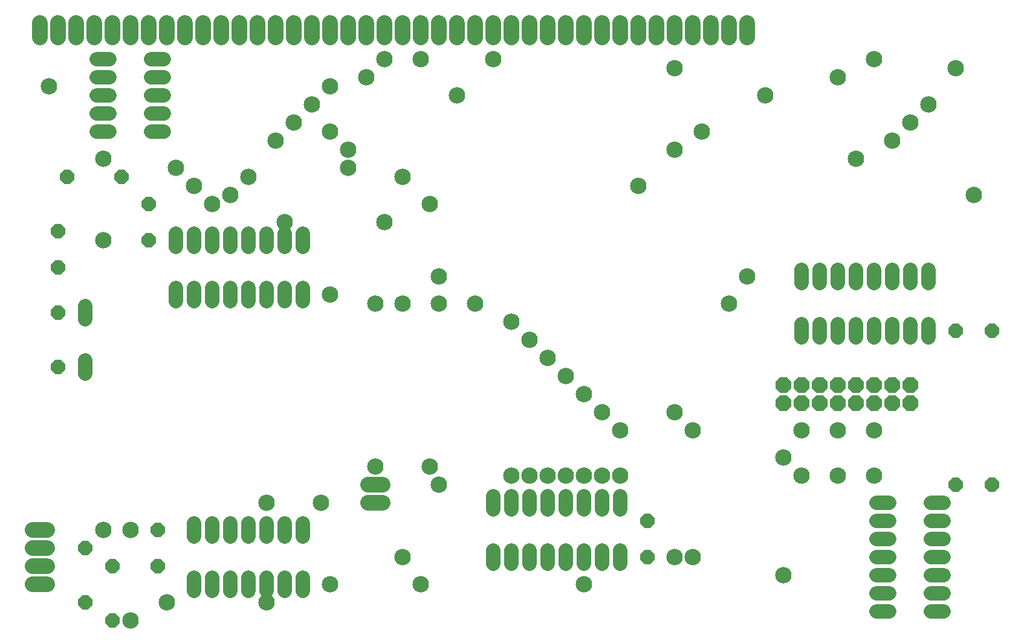
<source format=gbr>
G04 EAGLE Gerber RS-274X export*
G75*
%MOMM*%
%FSLAX34Y34*%
%LPD*%
%INSoldermask Top*%
%IPPOS*%
%AMOC8*
5,1,8,0,0,1.08239X$1,22.5*%
G01*
%ADD10P,2.199416X8X292.500000*%
%ADD11P,2.199416X8X112.500000*%
%ADD12P,2.199416X8X22.500000*%
%ADD13C,2.032000*%
%ADD14C,2.235200*%
%ADD15P,2.419358X8X202.500000*%
%ADD16P,2.199416X8X202.500000*%
%ADD17C,2.303200*%


D10*
X50800Y571500D03*
X50800Y520700D03*
D11*
X177800Y558800D03*
X177800Y609600D03*
D12*
X1308100Y431800D03*
X1358900Y431800D03*
D11*
X876300Y114300D03*
X876300Y165100D03*
D13*
X88900Y448056D02*
X88900Y466344D01*
X88900Y390144D02*
X88900Y371856D01*
X241300Y85344D02*
X241300Y67056D01*
X266700Y67056D02*
X266700Y85344D01*
X393700Y85344D02*
X393700Y67056D01*
X393700Y143256D02*
X393700Y161544D01*
X292100Y85344D02*
X292100Y67056D01*
X317500Y67056D02*
X317500Y85344D01*
X368300Y85344D02*
X368300Y67056D01*
X342900Y67056D02*
X342900Y85344D01*
X368300Y143256D02*
X368300Y161544D01*
X342900Y161544D02*
X342900Y143256D01*
X317500Y143256D02*
X317500Y161544D01*
X292100Y161544D02*
X292100Y143256D01*
X266700Y143256D02*
X266700Y161544D01*
X241300Y161544D02*
X241300Y143256D01*
X838200Y181356D02*
X838200Y199644D01*
X812800Y199644D02*
X812800Y181356D01*
X685800Y181356D02*
X685800Y199644D01*
X660400Y199644D02*
X660400Y181356D01*
X787400Y181356D02*
X787400Y199644D01*
X762000Y199644D02*
X762000Y181356D01*
X711200Y181356D02*
X711200Y199644D01*
X736600Y199644D02*
X736600Y181356D01*
X660400Y123444D02*
X660400Y105156D01*
X685800Y105156D02*
X685800Y123444D01*
X711200Y123444D02*
X711200Y105156D01*
X736600Y105156D02*
X736600Y123444D01*
X762000Y123444D02*
X762000Y105156D01*
X787400Y105156D02*
X787400Y123444D01*
X812800Y123444D02*
X812800Y105156D01*
X838200Y105156D02*
X838200Y123444D01*
X215900Y473456D02*
X215900Y491744D01*
X241300Y491744D02*
X241300Y473456D01*
X368300Y473456D02*
X368300Y491744D01*
X393700Y491744D02*
X393700Y473456D01*
X266700Y473456D02*
X266700Y491744D01*
X292100Y491744D02*
X292100Y473456D01*
X342900Y473456D02*
X342900Y491744D01*
X317500Y491744D02*
X317500Y473456D01*
X393700Y549656D02*
X393700Y567944D01*
X368300Y567944D02*
X368300Y549656D01*
X342900Y549656D02*
X342900Y567944D01*
X317500Y567944D02*
X317500Y549656D01*
X292100Y549656D02*
X292100Y567944D01*
X266700Y567944D02*
X266700Y549656D01*
X241300Y549656D02*
X241300Y567944D01*
X215900Y567944D02*
X215900Y549656D01*
X1270000Y517144D02*
X1270000Y498856D01*
X1244600Y498856D02*
X1244600Y517144D01*
X1117600Y517144D02*
X1117600Y498856D01*
X1092200Y498856D02*
X1092200Y517144D01*
X1219200Y517144D02*
X1219200Y498856D01*
X1193800Y498856D02*
X1193800Y517144D01*
X1143000Y517144D02*
X1143000Y498856D01*
X1168400Y498856D02*
X1168400Y517144D01*
X1092200Y440944D02*
X1092200Y422656D01*
X1117600Y422656D02*
X1117600Y440944D01*
X1143000Y440944D02*
X1143000Y422656D01*
X1168400Y422656D02*
X1168400Y440944D01*
X1193800Y440944D02*
X1193800Y422656D01*
X1219200Y422656D02*
X1219200Y440944D01*
X1244600Y440944D02*
X1244600Y422656D01*
X1270000Y422656D02*
X1270000Y440944D01*
X1215644Y190500D02*
X1197356Y190500D01*
X1197356Y165100D02*
X1215644Y165100D01*
X1215644Y38100D02*
X1197356Y38100D01*
X1273556Y38100D02*
X1291844Y38100D01*
X1215644Y139700D02*
X1197356Y139700D01*
X1197356Y114300D02*
X1215644Y114300D01*
X1215644Y63500D02*
X1197356Y63500D01*
X1197356Y88900D02*
X1215644Y88900D01*
X1273556Y63500D02*
X1291844Y63500D01*
X1291844Y88900D02*
X1273556Y88900D01*
X1273556Y114300D02*
X1291844Y114300D01*
X1291844Y139700D02*
X1273556Y139700D01*
X1273556Y165100D02*
X1291844Y165100D01*
X1291844Y190500D02*
X1273556Y190500D01*
D14*
X25400Y843280D02*
X25400Y863600D01*
X50800Y863600D02*
X50800Y843280D01*
X76200Y843280D02*
X76200Y863600D01*
X101600Y863600D02*
X101600Y843280D01*
X127000Y843280D02*
X127000Y863600D01*
X152400Y863600D02*
X152400Y843280D01*
X177800Y843280D02*
X177800Y863600D01*
X203200Y863600D02*
X203200Y843280D01*
X228600Y843280D02*
X228600Y863600D01*
X254000Y863600D02*
X254000Y843280D01*
X279400Y843280D02*
X279400Y863600D01*
X304800Y863600D02*
X304800Y843280D01*
X330200Y843280D02*
X330200Y863600D01*
X355600Y863600D02*
X355600Y843280D01*
X381000Y843280D02*
X381000Y863600D01*
X406400Y863600D02*
X406400Y843280D01*
X431800Y843280D02*
X431800Y863600D01*
X457200Y863600D02*
X457200Y843280D01*
X482600Y843280D02*
X482600Y863600D01*
X508000Y863600D02*
X508000Y843280D01*
X533400Y843280D02*
X533400Y863600D01*
X558800Y863600D02*
X558800Y843280D01*
X584200Y843280D02*
X584200Y863600D01*
X609600Y863600D02*
X609600Y843280D01*
X635000Y843280D02*
X635000Y863600D01*
X660400Y863600D02*
X660400Y843280D01*
X685800Y843280D02*
X685800Y863600D01*
X711200Y863600D02*
X711200Y843280D01*
X736600Y843280D02*
X736600Y863600D01*
X762000Y863600D02*
X762000Y843280D01*
X787400Y843280D02*
X787400Y863600D01*
X812800Y863600D02*
X812800Y843280D01*
X838200Y843280D02*
X838200Y863600D01*
X863600Y863600D02*
X863600Y843280D01*
X889000Y843280D02*
X889000Y863600D01*
X914400Y863600D02*
X914400Y843280D01*
X939800Y843280D02*
X939800Y863600D01*
X965200Y863600D02*
X965200Y843280D01*
X990600Y843280D02*
X990600Y863600D01*
X1016000Y863600D02*
X1016000Y843280D01*
X35560Y76200D02*
X15240Y76200D01*
X15240Y101600D02*
X35560Y101600D01*
X35560Y127000D02*
X15240Y127000D01*
X15240Y152400D02*
X35560Y152400D01*
D11*
X127000Y25400D03*
X127000Y101600D03*
X88900Y50800D03*
X88900Y127000D03*
D10*
X50800Y457200D03*
X50800Y381000D03*
D15*
X1244600Y355600D03*
X1244600Y330200D03*
X1219200Y355600D03*
X1219200Y330200D03*
X1193800Y355600D03*
X1193800Y330200D03*
X1168400Y355600D03*
X1168400Y330200D03*
X1143000Y355600D03*
X1143000Y330200D03*
X1117600Y355600D03*
X1117600Y330200D03*
X1092200Y355600D03*
X1092200Y330200D03*
X1066800Y355600D03*
X1066800Y330200D03*
D10*
X190500Y152400D03*
X190500Y101600D03*
D14*
X485140Y215900D02*
X505460Y215900D01*
X505460Y190500D02*
X485140Y190500D01*
D12*
X1308100Y215900D03*
X1358900Y215900D03*
D13*
X123444Y812800D02*
X105156Y812800D01*
X181356Y812800D02*
X199644Y812800D01*
X123444Y787400D02*
X105156Y787400D01*
X181356Y787400D02*
X199644Y787400D01*
X123444Y762000D02*
X105156Y762000D01*
X181356Y762000D02*
X199644Y762000D01*
X123444Y736600D02*
X105156Y736600D01*
X181356Y736600D02*
X199644Y736600D01*
X123444Y711200D02*
X105156Y711200D01*
X181356Y711200D02*
X199644Y711200D01*
D16*
X139700Y647700D03*
X63500Y647700D03*
D17*
X38100Y774700D03*
X431800Y774700D03*
X431800Y711200D03*
X952500Y711200D03*
X431800Y482600D03*
X431800Y76200D03*
X457200Y660400D03*
X215900Y660400D03*
X914400Y800100D03*
X1308100Y800100D03*
X152400Y25400D03*
X114300Y152400D03*
X114300Y558800D03*
X152400Y152400D03*
X457200Y685800D03*
X914400Y685800D03*
X914400Y317500D03*
X914400Y114300D03*
X355600Y698500D03*
X1219200Y698500D03*
X381000Y723900D03*
X1244600Y723900D03*
X406400Y749300D03*
X1270000Y749300D03*
X533400Y647700D03*
X317500Y647700D03*
X533400Y469900D03*
X533400Y114300D03*
X495300Y241300D03*
X495300Y469900D03*
X508000Y812800D03*
X558800Y812800D03*
X609600Y762000D03*
X1041400Y762000D03*
X635000Y469900D03*
X990600Y469900D03*
X660400Y812800D03*
X1193800Y812800D03*
X685800Y228600D03*
X685800Y444500D03*
X711200Y228600D03*
X711200Y419100D03*
X736600Y228600D03*
X736600Y393700D03*
X762000Y228600D03*
X762000Y368300D03*
X787400Y228600D03*
X787400Y342900D03*
X812800Y228600D03*
X812800Y317500D03*
X838200Y228600D03*
X838200Y292100D03*
X241300Y635000D03*
X863600Y635000D03*
X939800Y292100D03*
X939800Y114300D03*
X482600Y787400D03*
X1143000Y787400D03*
X203200Y50800D03*
X342900Y50800D03*
X266700Y609600D03*
X571500Y609600D03*
X571500Y241300D03*
X342900Y190500D03*
X419100Y190500D03*
X1066800Y88900D03*
X1066800Y254000D03*
X368300Y584200D03*
X508000Y584200D03*
X584200Y508000D03*
X584200Y215900D03*
X1016000Y508000D03*
X584200Y469900D03*
X1092200Y292100D03*
X1143000Y292100D03*
X1193800Y292100D03*
X1092200Y228600D03*
X1143000Y228600D03*
X1193800Y228600D03*
X292100Y622300D03*
X1333500Y622300D03*
X558800Y76200D03*
X787400Y76200D03*
X114300Y673100D03*
X1168400Y673100D03*
M02*

</source>
